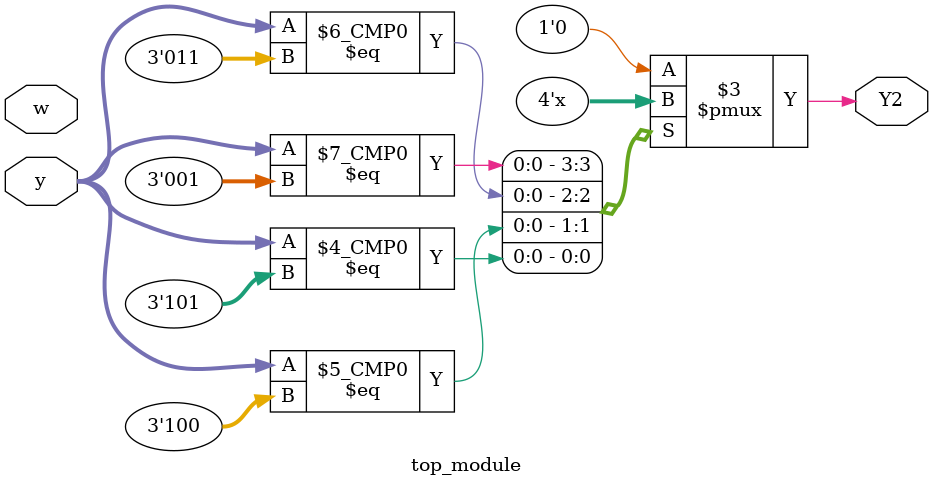
<source format=sv>
module top_module(
  input [3:1] y,
  input w,
  output reg Y2
);

  always @(y) begin
    case(y)
      3'b000: Y2 = 1'b0; // State A
      3'b001: Y2 = y[0]; // State B
      3'b010: Y2 = 1'b0; // State C
      3'b011: Y2 = y[0]; // State D
      3'b100: Y2 = y[0]; // State E
      3'b101: Y2 = y[0]; // State F
      default: Y2 = 1'b0; // Default case
    endcase
  end

endmodule

</source>
